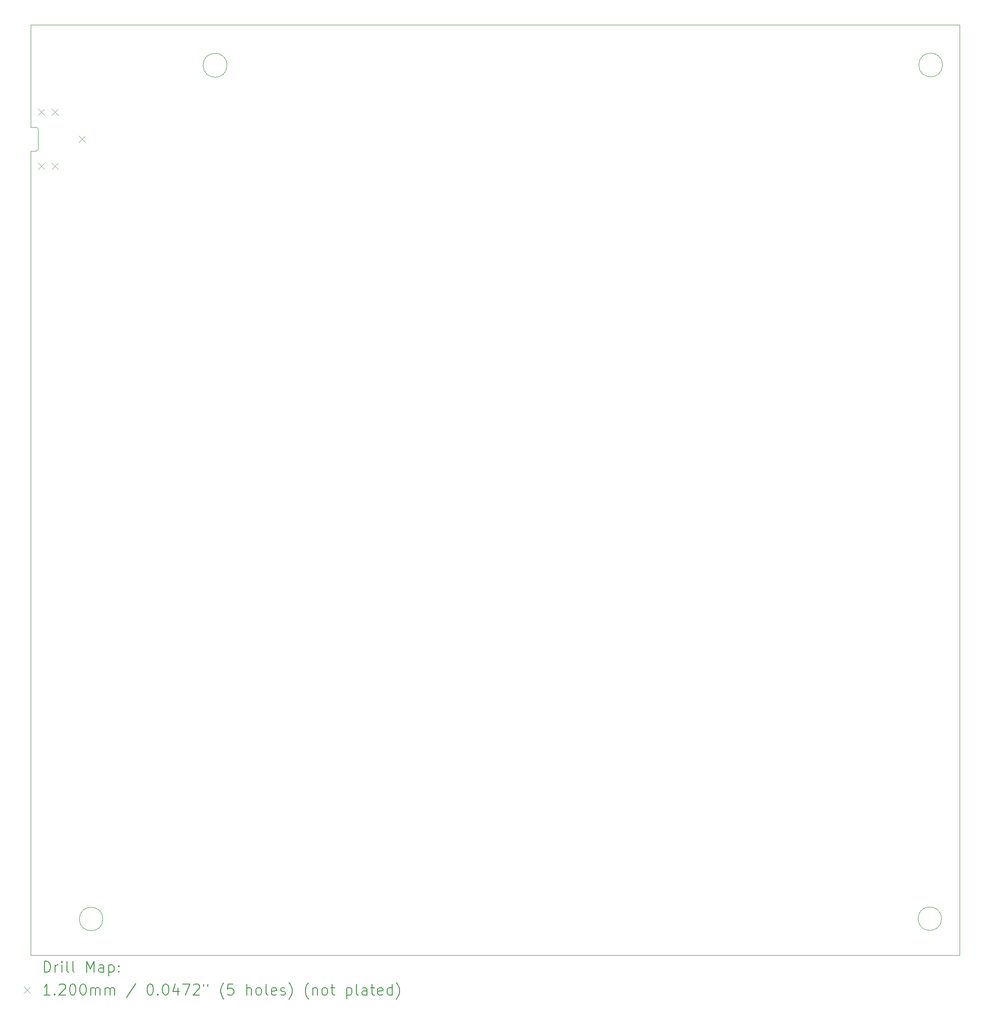
<source format=gbr>
%TF.GenerationSoftware,KiCad,Pcbnew,7.0.10*%
%TF.CreationDate,2024-02-19T01:26:20+02:00*%
%TF.ProjectId,jox030,6a6f7830-3330-42e6-9b69-6361645f7063,rev?*%
%TF.SameCoordinates,Original*%
%TF.FileFunction,Drillmap*%
%TF.FilePolarity,Positive*%
%FSLAX45Y45*%
G04 Gerber Fmt 4.5, Leading zero omitted, Abs format (unit mm)*
G04 Created by KiCad (PCBNEW 7.0.10) date 2024-02-19 01:26:20*
%MOMM*%
%LPD*%
G01*
G04 APERTURE LIST*
%ADD10C,0.100000*%
%ADD11C,0.120000*%
%ADD12C,0.200000*%
G04 APERTURE END LIST*
D10*
X18542000Y-1282700D02*
X18542000Y-18417000D01*
X18542000Y-18417000D02*
X1396000Y-18417000D01*
X1445000Y-1255000D02*
X18542000Y-1255000D01*
X18542000Y-1255000D02*
X18542000Y-1282850D01*
X18209797Y-17746980D02*
G75*
G03*
X17776923Y-17746980I-216437J0D01*
G01*
X17776923Y-17746980D02*
G75*
G03*
X18209797Y-17746980I216437J0D01*
G01*
X18227055Y-1998980D02*
G75*
G03*
X17790145Y-1998980I-218455J0D01*
G01*
X17790145Y-1998980D02*
G75*
G03*
X18227055Y-1998980I218455J0D01*
G01*
X5022090Y-2004060D02*
G75*
G03*
X4579110Y-2004060I-221490J0D01*
G01*
X4579110Y-2004060D02*
G75*
G03*
X5022090Y-2004060I221490J0D01*
G01*
X1445000Y-1255000D02*
X1395000Y-1255000D01*
X2728914Y-17752060D02*
G75*
G03*
X2295206Y-17752060I-216854J0D01*
G01*
X2295206Y-17752060D02*
G75*
G03*
X2728914Y-17752060I216854J0D01*
G01*
X1395000Y-4016000D02*
X1396000Y-18417000D01*
X1395000Y-2716000D02*
X1395000Y-1255000D01*
D11*
X1495000Y-3146000D02*
X1395000Y-3146000D01*
X1395000Y-3146000D02*
X1395000Y-2716000D01*
X1535000Y-3546000D02*
X1535000Y-3186000D01*
X1495000Y-3586000D02*
X1395000Y-3586000D01*
X1395000Y-3586000D02*
X1395000Y-4016000D01*
X1535000Y-3186000D02*
G75*
G03*
X1495000Y-3146000I-40000J0D01*
G01*
X1495000Y-3586000D02*
G75*
G03*
X1535000Y-3546000I0J40000D01*
G01*
D12*
D11*
X1535000Y-2806000D02*
X1655000Y-2926000D01*
X1655000Y-2806000D02*
X1535000Y-2926000D01*
X1535000Y-3806000D02*
X1655000Y-3926000D01*
X1655000Y-3806000D02*
X1535000Y-3926000D01*
X1785000Y-2806000D02*
X1905000Y-2926000D01*
X1905000Y-2806000D02*
X1785000Y-2926000D01*
X1785000Y-3806000D02*
X1905000Y-3926000D01*
X1905000Y-3806000D02*
X1785000Y-3926000D01*
X2285000Y-3306000D02*
X2405000Y-3426000D01*
X2405000Y-3306000D02*
X2285000Y-3426000D01*
D12*
X1649777Y-18733484D02*
X1649777Y-18533484D01*
X1649777Y-18533484D02*
X1697396Y-18533484D01*
X1697396Y-18533484D02*
X1725967Y-18543008D01*
X1725967Y-18543008D02*
X1745015Y-18562055D01*
X1745015Y-18562055D02*
X1754539Y-18581103D01*
X1754539Y-18581103D02*
X1764062Y-18619198D01*
X1764062Y-18619198D02*
X1764062Y-18647770D01*
X1764062Y-18647770D02*
X1754539Y-18685865D01*
X1754539Y-18685865D02*
X1745015Y-18704912D01*
X1745015Y-18704912D02*
X1725967Y-18723960D01*
X1725967Y-18723960D02*
X1697396Y-18733484D01*
X1697396Y-18733484D02*
X1649777Y-18733484D01*
X1849777Y-18733484D02*
X1849777Y-18600150D01*
X1849777Y-18638246D02*
X1859301Y-18619198D01*
X1859301Y-18619198D02*
X1868824Y-18609674D01*
X1868824Y-18609674D02*
X1887872Y-18600150D01*
X1887872Y-18600150D02*
X1906920Y-18600150D01*
X1973586Y-18733484D02*
X1973586Y-18600150D01*
X1973586Y-18533484D02*
X1964062Y-18543008D01*
X1964062Y-18543008D02*
X1973586Y-18552531D01*
X1973586Y-18552531D02*
X1983110Y-18543008D01*
X1983110Y-18543008D02*
X1973586Y-18533484D01*
X1973586Y-18533484D02*
X1973586Y-18552531D01*
X2097396Y-18733484D02*
X2078348Y-18723960D01*
X2078348Y-18723960D02*
X2068824Y-18704912D01*
X2068824Y-18704912D02*
X2068824Y-18533484D01*
X2202158Y-18733484D02*
X2183110Y-18723960D01*
X2183110Y-18723960D02*
X2173586Y-18704912D01*
X2173586Y-18704912D02*
X2173586Y-18533484D01*
X2430729Y-18733484D02*
X2430729Y-18533484D01*
X2430729Y-18533484D02*
X2497396Y-18676341D01*
X2497396Y-18676341D02*
X2564063Y-18533484D01*
X2564063Y-18533484D02*
X2564063Y-18733484D01*
X2745015Y-18733484D02*
X2745015Y-18628722D01*
X2745015Y-18628722D02*
X2735491Y-18609674D01*
X2735491Y-18609674D02*
X2716444Y-18600150D01*
X2716444Y-18600150D02*
X2678348Y-18600150D01*
X2678348Y-18600150D02*
X2659301Y-18609674D01*
X2745015Y-18723960D02*
X2725967Y-18733484D01*
X2725967Y-18733484D02*
X2678348Y-18733484D01*
X2678348Y-18733484D02*
X2659301Y-18723960D01*
X2659301Y-18723960D02*
X2649777Y-18704912D01*
X2649777Y-18704912D02*
X2649777Y-18685865D01*
X2649777Y-18685865D02*
X2659301Y-18666817D01*
X2659301Y-18666817D02*
X2678348Y-18657293D01*
X2678348Y-18657293D02*
X2725967Y-18657293D01*
X2725967Y-18657293D02*
X2745015Y-18647770D01*
X2840253Y-18600150D02*
X2840253Y-18800150D01*
X2840253Y-18609674D02*
X2859301Y-18600150D01*
X2859301Y-18600150D02*
X2897396Y-18600150D01*
X2897396Y-18600150D02*
X2916443Y-18609674D01*
X2916443Y-18609674D02*
X2925967Y-18619198D01*
X2925967Y-18619198D02*
X2935491Y-18638246D01*
X2935491Y-18638246D02*
X2935491Y-18695389D01*
X2935491Y-18695389D02*
X2925967Y-18714436D01*
X2925967Y-18714436D02*
X2916443Y-18723960D01*
X2916443Y-18723960D02*
X2897396Y-18733484D01*
X2897396Y-18733484D02*
X2859301Y-18733484D01*
X2859301Y-18733484D02*
X2840253Y-18723960D01*
X3021205Y-18714436D02*
X3030729Y-18723960D01*
X3030729Y-18723960D02*
X3021205Y-18733484D01*
X3021205Y-18733484D02*
X3011682Y-18723960D01*
X3011682Y-18723960D02*
X3021205Y-18714436D01*
X3021205Y-18714436D02*
X3021205Y-18733484D01*
X3021205Y-18609674D02*
X3030729Y-18619198D01*
X3030729Y-18619198D02*
X3021205Y-18628722D01*
X3021205Y-18628722D02*
X3011682Y-18619198D01*
X3011682Y-18619198D02*
X3021205Y-18609674D01*
X3021205Y-18609674D02*
X3021205Y-18628722D01*
D11*
X1269000Y-19002000D02*
X1389000Y-19122000D01*
X1389000Y-19002000D02*
X1269000Y-19122000D01*
D12*
X1754539Y-19153484D02*
X1640253Y-19153484D01*
X1697396Y-19153484D02*
X1697396Y-18953484D01*
X1697396Y-18953484D02*
X1678348Y-18982055D01*
X1678348Y-18982055D02*
X1659301Y-19001103D01*
X1659301Y-19001103D02*
X1640253Y-19010627D01*
X1840253Y-19134436D02*
X1849777Y-19143960D01*
X1849777Y-19143960D02*
X1840253Y-19153484D01*
X1840253Y-19153484D02*
X1830729Y-19143960D01*
X1830729Y-19143960D02*
X1840253Y-19134436D01*
X1840253Y-19134436D02*
X1840253Y-19153484D01*
X1925967Y-18972531D02*
X1935491Y-18963008D01*
X1935491Y-18963008D02*
X1954539Y-18953484D01*
X1954539Y-18953484D02*
X2002158Y-18953484D01*
X2002158Y-18953484D02*
X2021205Y-18963008D01*
X2021205Y-18963008D02*
X2030729Y-18972531D01*
X2030729Y-18972531D02*
X2040253Y-18991579D01*
X2040253Y-18991579D02*
X2040253Y-19010627D01*
X2040253Y-19010627D02*
X2030729Y-19039198D01*
X2030729Y-19039198D02*
X1916443Y-19153484D01*
X1916443Y-19153484D02*
X2040253Y-19153484D01*
X2164063Y-18953484D02*
X2183110Y-18953484D01*
X2183110Y-18953484D02*
X2202158Y-18963008D01*
X2202158Y-18963008D02*
X2211682Y-18972531D01*
X2211682Y-18972531D02*
X2221205Y-18991579D01*
X2221205Y-18991579D02*
X2230729Y-19029674D01*
X2230729Y-19029674D02*
X2230729Y-19077293D01*
X2230729Y-19077293D02*
X2221205Y-19115389D01*
X2221205Y-19115389D02*
X2211682Y-19134436D01*
X2211682Y-19134436D02*
X2202158Y-19143960D01*
X2202158Y-19143960D02*
X2183110Y-19153484D01*
X2183110Y-19153484D02*
X2164063Y-19153484D01*
X2164063Y-19153484D02*
X2145015Y-19143960D01*
X2145015Y-19143960D02*
X2135491Y-19134436D01*
X2135491Y-19134436D02*
X2125967Y-19115389D01*
X2125967Y-19115389D02*
X2116444Y-19077293D01*
X2116444Y-19077293D02*
X2116444Y-19029674D01*
X2116444Y-19029674D02*
X2125967Y-18991579D01*
X2125967Y-18991579D02*
X2135491Y-18972531D01*
X2135491Y-18972531D02*
X2145015Y-18963008D01*
X2145015Y-18963008D02*
X2164063Y-18953484D01*
X2354539Y-18953484D02*
X2373586Y-18953484D01*
X2373586Y-18953484D02*
X2392634Y-18963008D01*
X2392634Y-18963008D02*
X2402158Y-18972531D01*
X2402158Y-18972531D02*
X2411682Y-18991579D01*
X2411682Y-18991579D02*
X2421205Y-19029674D01*
X2421205Y-19029674D02*
X2421205Y-19077293D01*
X2421205Y-19077293D02*
X2411682Y-19115389D01*
X2411682Y-19115389D02*
X2402158Y-19134436D01*
X2402158Y-19134436D02*
X2392634Y-19143960D01*
X2392634Y-19143960D02*
X2373586Y-19153484D01*
X2373586Y-19153484D02*
X2354539Y-19153484D01*
X2354539Y-19153484D02*
X2335491Y-19143960D01*
X2335491Y-19143960D02*
X2325967Y-19134436D01*
X2325967Y-19134436D02*
X2316444Y-19115389D01*
X2316444Y-19115389D02*
X2306920Y-19077293D01*
X2306920Y-19077293D02*
X2306920Y-19029674D01*
X2306920Y-19029674D02*
X2316444Y-18991579D01*
X2316444Y-18991579D02*
X2325967Y-18972531D01*
X2325967Y-18972531D02*
X2335491Y-18963008D01*
X2335491Y-18963008D02*
X2354539Y-18953484D01*
X2506920Y-19153484D02*
X2506920Y-19020150D01*
X2506920Y-19039198D02*
X2516444Y-19029674D01*
X2516444Y-19029674D02*
X2535491Y-19020150D01*
X2535491Y-19020150D02*
X2564063Y-19020150D01*
X2564063Y-19020150D02*
X2583110Y-19029674D01*
X2583110Y-19029674D02*
X2592634Y-19048722D01*
X2592634Y-19048722D02*
X2592634Y-19153484D01*
X2592634Y-19048722D02*
X2602158Y-19029674D01*
X2602158Y-19029674D02*
X2621205Y-19020150D01*
X2621205Y-19020150D02*
X2649777Y-19020150D01*
X2649777Y-19020150D02*
X2668825Y-19029674D01*
X2668825Y-19029674D02*
X2678348Y-19048722D01*
X2678348Y-19048722D02*
X2678348Y-19153484D01*
X2773586Y-19153484D02*
X2773586Y-19020150D01*
X2773586Y-19039198D02*
X2783110Y-19029674D01*
X2783110Y-19029674D02*
X2802158Y-19020150D01*
X2802158Y-19020150D02*
X2830729Y-19020150D01*
X2830729Y-19020150D02*
X2849777Y-19029674D01*
X2849777Y-19029674D02*
X2859301Y-19048722D01*
X2859301Y-19048722D02*
X2859301Y-19153484D01*
X2859301Y-19048722D02*
X2868824Y-19029674D01*
X2868824Y-19029674D02*
X2887872Y-19020150D01*
X2887872Y-19020150D02*
X2916443Y-19020150D01*
X2916443Y-19020150D02*
X2935491Y-19029674D01*
X2935491Y-19029674D02*
X2945015Y-19048722D01*
X2945015Y-19048722D02*
X2945015Y-19153484D01*
X3335491Y-18943960D02*
X3164063Y-19201103D01*
X3592634Y-18953484D02*
X3611682Y-18953484D01*
X3611682Y-18953484D02*
X3630729Y-18963008D01*
X3630729Y-18963008D02*
X3640253Y-18972531D01*
X3640253Y-18972531D02*
X3649777Y-18991579D01*
X3649777Y-18991579D02*
X3659301Y-19029674D01*
X3659301Y-19029674D02*
X3659301Y-19077293D01*
X3659301Y-19077293D02*
X3649777Y-19115389D01*
X3649777Y-19115389D02*
X3640253Y-19134436D01*
X3640253Y-19134436D02*
X3630729Y-19143960D01*
X3630729Y-19143960D02*
X3611682Y-19153484D01*
X3611682Y-19153484D02*
X3592634Y-19153484D01*
X3592634Y-19153484D02*
X3573586Y-19143960D01*
X3573586Y-19143960D02*
X3564063Y-19134436D01*
X3564063Y-19134436D02*
X3554539Y-19115389D01*
X3554539Y-19115389D02*
X3545015Y-19077293D01*
X3545015Y-19077293D02*
X3545015Y-19029674D01*
X3545015Y-19029674D02*
X3554539Y-18991579D01*
X3554539Y-18991579D02*
X3564063Y-18972531D01*
X3564063Y-18972531D02*
X3573586Y-18963008D01*
X3573586Y-18963008D02*
X3592634Y-18953484D01*
X3745015Y-19134436D02*
X3754539Y-19143960D01*
X3754539Y-19143960D02*
X3745015Y-19153484D01*
X3745015Y-19153484D02*
X3735491Y-19143960D01*
X3735491Y-19143960D02*
X3745015Y-19134436D01*
X3745015Y-19134436D02*
X3745015Y-19153484D01*
X3878348Y-18953484D02*
X3897396Y-18953484D01*
X3897396Y-18953484D02*
X3916444Y-18963008D01*
X3916444Y-18963008D02*
X3925967Y-18972531D01*
X3925967Y-18972531D02*
X3935491Y-18991579D01*
X3935491Y-18991579D02*
X3945015Y-19029674D01*
X3945015Y-19029674D02*
X3945015Y-19077293D01*
X3945015Y-19077293D02*
X3935491Y-19115389D01*
X3935491Y-19115389D02*
X3925967Y-19134436D01*
X3925967Y-19134436D02*
X3916444Y-19143960D01*
X3916444Y-19143960D02*
X3897396Y-19153484D01*
X3897396Y-19153484D02*
X3878348Y-19153484D01*
X3878348Y-19153484D02*
X3859301Y-19143960D01*
X3859301Y-19143960D02*
X3849777Y-19134436D01*
X3849777Y-19134436D02*
X3840253Y-19115389D01*
X3840253Y-19115389D02*
X3830729Y-19077293D01*
X3830729Y-19077293D02*
X3830729Y-19029674D01*
X3830729Y-19029674D02*
X3840253Y-18991579D01*
X3840253Y-18991579D02*
X3849777Y-18972531D01*
X3849777Y-18972531D02*
X3859301Y-18963008D01*
X3859301Y-18963008D02*
X3878348Y-18953484D01*
X4116444Y-19020150D02*
X4116444Y-19153484D01*
X4068825Y-18943960D02*
X4021206Y-19086817D01*
X4021206Y-19086817D02*
X4145015Y-19086817D01*
X4202158Y-18953484D02*
X4335491Y-18953484D01*
X4335491Y-18953484D02*
X4249777Y-19153484D01*
X4402158Y-18972531D02*
X4411682Y-18963008D01*
X4411682Y-18963008D02*
X4430729Y-18953484D01*
X4430729Y-18953484D02*
X4478349Y-18953484D01*
X4478349Y-18953484D02*
X4497396Y-18963008D01*
X4497396Y-18963008D02*
X4506920Y-18972531D01*
X4506920Y-18972531D02*
X4516444Y-18991579D01*
X4516444Y-18991579D02*
X4516444Y-19010627D01*
X4516444Y-19010627D02*
X4506920Y-19039198D01*
X4506920Y-19039198D02*
X4392634Y-19153484D01*
X4392634Y-19153484D02*
X4516444Y-19153484D01*
X4592634Y-18953484D02*
X4592634Y-18991579D01*
X4668825Y-18953484D02*
X4668825Y-18991579D01*
X4964063Y-19229674D02*
X4954539Y-19220150D01*
X4954539Y-19220150D02*
X4935491Y-19191579D01*
X4935491Y-19191579D02*
X4925968Y-19172531D01*
X4925968Y-19172531D02*
X4916444Y-19143960D01*
X4916444Y-19143960D02*
X4906920Y-19096341D01*
X4906920Y-19096341D02*
X4906920Y-19058246D01*
X4906920Y-19058246D02*
X4916444Y-19010627D01*
X4916444Y-19010627D02*
X4925968Y-18982055D01*
X4925968Y-18982055D02*
X4935491Y-18963008D01*
X4935491Y-18963008D02*
X4954539Y-18934436D01*
X4954539Y-18934436D02*
X4964063Y-18924912D01*
X5135491Y-18953484D02*
X5040253Y-18953484D01*
X5040253Y-18953484D02*
X5030730Y-19048722D01*
X5030730Y-19048722D02*
X5040253Y-19039198D01*
X5040253Y-19039198D02*
X5059301Y-19029674D01*
X5059301Y-19029674D02*
X5106920Y-19029674D01*
X5106920Y-19029674D02*
X5125968Y-19039198D01*
X5125968Y-19039198D02*
X5135491Y-19048722D01*
X5135491Y-19048722D02*
X5145015Y-19067770D01*
X5145015Y-19067770D02*
X5145015Y-19115389D01*
X5145015Y-19115389D02*
X5135491Y-19134436D01*
X5135491Y-19134436D02*
X5125968Y-19143960D01*
X5125968Y-19143960D02*
X5106920Y-19153484D01*
X5106920Y-19153484D02*
X5059301Y-19153484D01*
X5059301Y-19153484D02*
X5040253Y-19143960D01*
X5040253Y-19143960D02*
X5030730Y-19134436D01*
X5383111Y-19153484D02*
X5383111Y-18953484D01*
X5468825Y-19153484D02*
X5468825Y-19048722D01*
X5468825Y-19048722D02*
X5459301Y-19029674D01*
X5459301Y-19029674D02*
X5440253Y-19020150D01*
X5440253Y-19020150D02*
X5411682Y-19020150D01*
X5411682Y-19020150D02*
X5392634Y-19029674D01*
X5392634Y-19029674D02*
X5383111Y-19039198D01*
X5592634Y-19153484D02*
X5573587Y-19143960D01*
X5573587Y-19143960D02*
X5564063Y-19134436D01*
X5564063Y-19134436D02*
X5554539Y-19115389D01*
X5554539Y-19115389D02*
X5554539Y-19058246D01*
X5554539Y-19058246D02*
X5564063Y-19039198D01*
X5564063Y-19039198D02*
X5573587Y-19029674D01*
X5573587Y-19029674D02*
X5592634Y-19020150D01*
X5592634Y-19020150D02*
X5621206Y-19020150D01*
X5621206Y-19020150D02*
X5640253Y-19029674D01*
X5640253Y-19029674D02*
X5649777Y-19039198D01*
X5649777Y-19039198D02*
X5659301Y-19058246D01*
X5659301Y-19058246D02*
X5659301Y-19115389D01*
X5659301Y-19115389D02*
X5649777Y-19134436D01*
X5649777Y-19134436D02*
X5640253Y-19143960D01*
X5640253Y-19143960D02*
X5621206Y-19153484D01*
X5621206Y-19153484D02*
X5592634Y-19153484D01*
X5773587Y-19153484D02*
X5754539Y-19143960D01*
X5754539Y-19143960D02*
X5745015Y-19124912D01*
X5745015Y-19124912D02*
X5745015Y-18953484D01*
X5925968Y-19143960D02*
X5906920Y-19153484D01*
X5906920Y-19153484D02*
X5868825Y-19153484D01*
X5868825Y-19153484D02*
X5849777Y-19143960D01*
X5849777Y-19143960D02*
X5840253Y-19124912D01*
X5840253Y-19124912D02*
X5840253Y-19048722D01*
X5840253Y-19048722D02*
X5849777Y-19029674D01*
X5849777Y-19029674D02*
X5868825Y-19020150D01*
X5868825Y-19020150D02*
X5906920Y-19020150D01*
X5906920Y-19020150D02*
X5925968Y-19029674D01*
X5925968Y-19029674D02*
X5935491Y-19048722D01*
X5935491Y-19048722D02*
X5935491Y-19067770D01*
X5935491Y-19067770D02*
X5840253Y-19086817D01*
X6011682Y-19143960D02*
X6030730Y-19153484D01*
X6030730Y-19153484D02*
X6068825Y-19153484D01*
X6068825Y-19153484D02*
X6087872Y-19143960D01*
X6087872Y-19143960D02*
X6097396Y-19124912D01*
X6097396Y-19124912D02*
X6097396Y-19115389D01*
X6097396Y-19115389D02*
X6087872Y-19096341D01*
X6087872Y-19096341D02*
X6068825Y-19086817D01*
X6068825Y-19086817D02*
X6040253Y-19086817D01*
X6040253Y-19086817D02*
X6021206Y-19077293D01*
X6021206Y-19077293D02*
X6011682Y-19058246D01*
X6011682Y-19058246D02*
X6011682Y-19048722D01*
X6011682Y-19048722D02*
X6021206Y-19029674D01*
X6021206Y-19029674D02*
X6040253Y-19020150D01*
X6040253Y-19020150D02*
X6068825Y-19020150D01*
X6068825Y-19020150D02*
X6087872Y-19029674D01*
X6164063Y-19229674D02*
X6173587Y-19220150D01*
X6173587Y-19220150D02*
X6192634Y-19191579D01*
X6192634Y-19191579D02*
X6202158Y-19172531D01*
X6202158Y-19172531D02*
X6211682Y-19143960D01*
X6211682Y-19143960D02*
X6221206Y-19096341D01*
X6221206Y-19096341D02*
X6221206Y-19058246D01*
X6221206Y-19058246D02*
X6211682Y-19010627D01*
X6211682Y-19010627D02*
X6202158Y-18982055D01*
X6202158Y-18982055D02*
X6192634Y-18963008D01*
X6192634Y-18963008D02*
X6173587Y-18934436D01*
X6173587Y-18934436D02*
X6164063Y-18924912D01*
X6525968Y-19229674D02*
X6516444Y-19220150D01*
X6516444Y-19220150D02*
X6497396Y-19191579D01*
X6497396Y-19191579D02*
X6487872Y-19172531D01*
X6487872Y-19172531D02*
X6478349Y-19143960D01*
X6478349Y-19143960D02*
X6468825Y-19096341D01*
X6468825Y-19096341D02*
X6468825Y-19058246D01*
X6468825Y-19058246D02*
X6478349Y-19010627D01*
X6478349Y-19010627D02*
X6487872Y-18982055D01*
X6487872Y-18982055D02*
X6497396Y-18963008D01*
X6497396Y-18963008D02*
X6516444Y-18934436D01*
X6516444Y-18934436D02*
X6525968Y-18924912D01*
X6602158Y-19020150D02*
X6602158Y-19153484D01*
X6602158Y-19039198D02*
X6611682Y-19029674D01*
X6611682Y-19029674D02*
X6630730Y-19020150D01*
X6630730Y-19020150D02*
X6659301Y-19020150D01*
X6659301Y-19020150D02*
X6678349Y-19029674D01*
X6678349Y-19029674D02*
X6687872Y-19048722D01*
X6687872Y-19048722D02*
X6687872Y-19153484D01*
X6811682Y-19153484D02*
X6792634Y-19143960D01*
X6792634Y-19143960D02*
X6783111Y-19134436D01*
X6783111Y-19134436D02*
X6773587Y-19115389D01*
X6773587Y-19115389D02*
X6773587Y-19058246D01*
X6773587Y-19058246D02*
X6783111Y-19039198D01*
X6783111Y-19039198D02*
X6792634Y-19029674D01*
X6792634Y-19029674D02*
X6811682Y-19020150D01*
X6811682Y-19020150D02*
X6840253Y-19020150D01*
X6840253Y-19020150D02*
X6859301Y-19029674D01*
X6859301Y-19029674D02*
X6868825Y-19039198D01*
X6868825Y-19039198D02*
X6878349Y-19058246D01*
X6878349Y-19058246D02*
X6878349Y-19115389D01*
X6878349Y-19115389D02*
X6868825Y-19134436D01*
X6868825Y-19134436D02*
X6859301Y-19143960D01*
X6859301Y-19143960D02*
X6840253Y-19153484D01*
X6840253Y-19153484D02*
X6811682Y-19153484D01*
X6935492Y-19020150D02*
X7011682Y-19020150D01*
X6964063Y-18953484D02*
X6964063Y-19124912D01*
X6964063Y-19124912D02*
X6973587Y-19143960D01*
X6973587Y-19143960D02*
X6992634Y-19153484D01*
X6992634Y-19153484D02*
X7011682Y-19153484D01*
X7230730Y-19020150D02*
X7230730Y-19220150D01*
X7230730Y-19029674D02*
X7249777Y-19020150D01*
X7249777Y-19020150D02*
X7287873Y-19020150D01*
X7287873Y-19020150D02*
X7306920Y-19029674D01*
X7306920Y-19029674D02*
X7316444Y-19039198D01*
X7316444Y-19039198D02*
X7325968Y-19058246D01*
X7325968Y-19058246D02*
X7325968Y-19115389D01*
X7325968Y-19115389D02*
X7316444Y-19134436D01*
X7316444Y-19134436D02*
X7306920Y-19143960D01*
X7306920Y-19143960D02*
X7287873Y-19153484D01*
X7287873Y-19153484D02*
X7249777Y-19153484D01*
X7249777Y-19153484D02*
X7230730Y-19143960D01*
X7440253Y-19153484D02*
X7421206Y-19143960D01*
X7421206Y-19143960D02*
X7411682Y-19124912D01*
X7411682Y-19124912D02*
X7411682Y-18953484D01*
X7602158Y-19153484D02*
X7602158Y-19048722D01*
X7602158Y-19048722D02*
X7592634Y-19029674D01*
X7592634Y-19029674D02*
X7573587Y-19020150D01*
X7573587Y-19020150D02*
X7535492Y-19020150D01*
X7535492Y-19020150D02*
X7516444Y-19029674D01*
X7602158Y-19143960D02*
X7583111Y-19153484D01*
X7583111Y-19153484D02*
X7535492Y-19153484D01*
X7535492Y-19153484D02*
X7516444Y-19143960D01*
X7516444Y-19143960D02*
X7506920Y-19124912D01*
X7506920Y-19124912D02*
X7506920Y-19105865D01*
X7506920Y-19105865D02*
X7516444Y-19086817D01*
X7516444Y-19086817D02*
X7535492Y-19077293D01*
X7535492Y-19077293D02*
X7583111Y-19077293D01*
X7583111Y-19077293D02*
X7602158Y-19067770D01*
X7668825Y-19020150D02*
X7745015Y-19020150D01*
X7697396Y-18953484D02*
X7697396Y-19124912D01*
X7697396Y-19124912D02*
X7706920Y-19143960D01*
X7706920Y-19143960D02*
X7725968Y-19153484D01*
X7725968Y-19153484D02*
X7745015Y-19153484D01*
X7887873Y-19143960D02*
X7868825Y-19153484D01*
X7868825Y-19153484D02*
X7830730Y-19153484D01*
X7830730Y-19153484D02*
X7811682Y-19143960D01*
X7811682Y-19143960D02*
X7802158Y-19124912D01*
X7802158Y-19124912D02*
X7802158Y-19048722D01*
X7802158Y-19048722D02*
X7811682Y-19029674D01*
X7811682Y-19029674D02*
X7830730Y-19020150D01*
X7830730Y-19020150D02*
X7868825Y-19020150D01*
X7868825Y-19020150D02*
X7887873Y-19029674D01*
X7887873Y-19029674D02*
X7897396Y-19048722D01*
X7897396Y-19048722D02*
X7897396Y-19067770D01*
X7897396Y-19067770D02*
X7802158Y-19086817D01*
X8068825Y-19153484D02*
X8068825Y-18953484D01*
X8068825Y-19143960D02*
X8049777Y-19153484D01*
X8049777Y-19153484D02*
X8011682Y-19153484D01*
X8011682Y-19153484D02*
X7992634Y-19143960D01*
X7992634Y-19143960D02*
X7983111Y-19134436D01*
X7983111Y-19134436D02*
X7973587Y-19115389D01*
X7973587Y-19115389D02*
X7973587Y-19058246D01*
X7973587Y-19058246D02*
X7983111Y-19039198D01*
X7983111Y-19039198D02*
X7992634Y-19029674D01*
X7992634Y-19029674D02*
X8011682Y-19020150D01*
X8011682Y-19020150D02*
X8049777Y-19020150D01*
X8049777Y-19020150D02*
X8068825Y-19029674D01*
X8145015Y-19229674D02*
X8154539Y-19220150D01*
X8154539Y-19220150D02*
X8173587Y-19191579D01*
X8173587Y-19191579D02*
X8183111Y-19172531D01*
X8183111Y-19172531D02*
X8192634Y-19143960D01*
X8192634Y-19143960D02*
X8202158Y-19096341D01*
X8202158Y-19096341D02*
X8202158Y-19058246D01*
X8202158Y-19058246D02*
X8192634Y-19010627D01*
X8192634Y-19010627D02*
X8183111Y-18982055D01*
X8183111Y-18982055D02*
X8173587Y-18963008D01*
X8173587Y-18963008D02*
X8154539Y-18934436D01*
X8154539Y-18934436D02*
X8145015Y-18924912D01*
M02*

</source>
